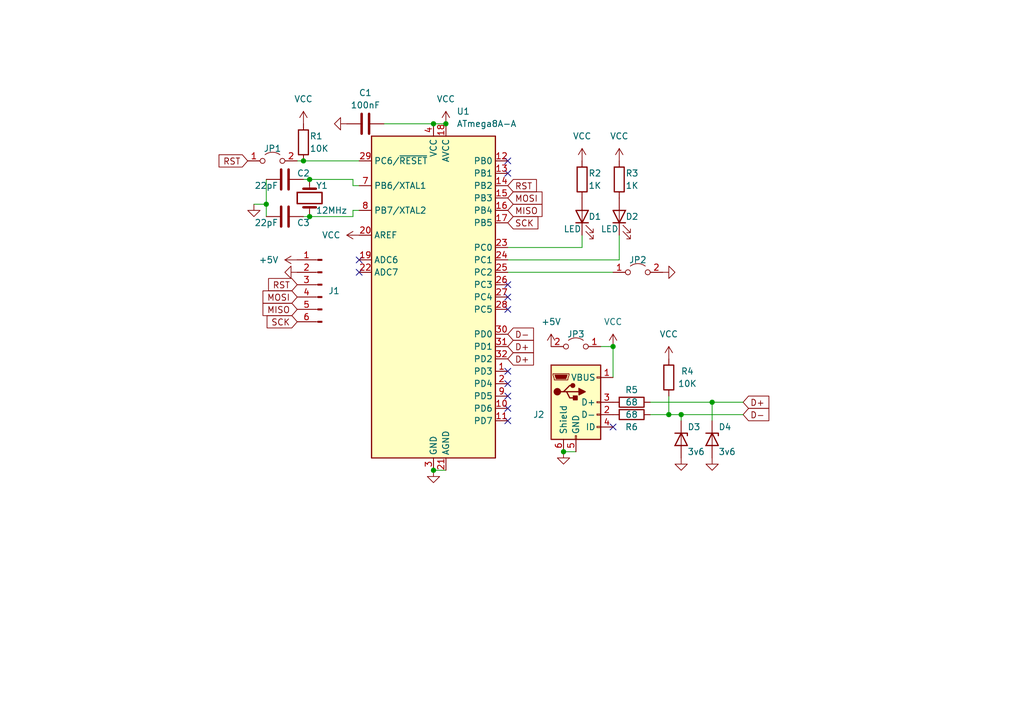
<source format=kicad_sch>
(kicad_sch (version 20230121) (generator eeschema)
  (paper "A5")
  (title_block (title "USBAsp") (date "2023-10-19") (rev "v0") (company "Achmadi ST MT"))
  (lib_symbols
    (symbol "Connector:Conn_01x06_Pin" (pin_names (offset 1.016) hide)
      (property "Reference" "J" (at 0 7.62 0))
      (property "Value" "Conn_01x06_Pin" (at 0 -10.16 0))
      (symbol "Conn_01x06_Pin_1_1"
        (polyline (pts (xy 1.27 -7.62) (xy 0.8636 -7.62)) (stroke (width 0.1524)))
        (polyline (pts (xy 1.27 -5.08) (xy 0.8636 -5.08)) (stroke (width 0.1524)))
        (polyline (pts (xy 1.27 -2.54) (xy 0.8636 -2.54)) (stroke (width 0.1524)))
        (polyline (pts (xy 1.27 0) (xy 0.8636 0)) (stroke (width 0.1524)))
        (polyline (pts (xy 1.27 2.54) (xy 0.8636 2.54)) (stroke (width 0.1524)))
        (polyline (pts (xy 1.27 5.08) (xy 0.8636 5.08)) (stroke (width 0.1524)))
        (rectangle (start 0.8636 -7.493) (end 0 -7.747) (stroke (width 0.1524)) (fill (type outline)))
        (rectangle (start 0.8636 -4.953) (end 0 -5.207) (stroke (width 0.1524)) (fill (type outline)))
        (rectangle (start 0.8636 -2.413) (end 0 -2.667) (stroke (width 0.1524)) (fill (type outline)))
        (rectangle (start 0.8636 0.127) (end 0 -0.127) (stroke (width 0.1524)) (fill (type outline)))
        (rectangle (start 0.8636 2.667) (end 0 2.413) (stroke (width 0.1524)) (fill (type outline)))
        (rectangle (start 0.8636 5.207) (end 0 4.953) (stroke (width 0.1524)) (fill (type outline)))
        (pin passive line (at 5.08 5.08 180) (length 3.81) (name "Pin_1") (number "1"))
        (pin passive line (at 5.08 2.54 180) (length 3.81) (name "Pin_2") (number "2"))
        (pin passive line (at 5.08 0 180) (length 3.81) (name "Pin_3") (number "3"))
        (pin passive line (at 5.08 -2.54 180) (length 3.81) (name "Pin_4") (number "4"))
        (pin passive line (at 5.08 -5.08 180) (length 3.81) (name "Pin_5") (number "5"))
        (pin passive line (at 5.08 -7.62 180) (length 3.81) (name "Pin_6") (number "6"))
      )
    )
    (symbol "Connector:USB_B_Mini" (pin_names (offset 1.016))
      (property "Reference" "J" (at -5.08 11.43 0))
      (property "Value" "USB_B_Mini" (at -5.08 8.89 0))
      (symbol "USB_B_Mini_0_1"
        (rectangle (start -5.08 -7.62) (end 5.08 7.62) (stroke (width 0.254)) (fill (type background)))
        (circle (center -3.81 2.159) (radius 0.635) (stroke (width 0.254)) (fill (type outline)))
        (circle (center -0.635 3.429) (radius 0.381) (stroke (width 0.254)) (fill (type outline)))
        (rectangle (start -0.127 -7.62) (end 0.127 -6.858))
        (polyline (pts (xy -1.905 2.159) (xy 0.635 2.159)) (stroke (width 0.254)))
        (polyline (pts (xy -3.175 2.159) (xy -2.54 2.159) (xy -1.27 3.429) (xy -0.635 3.429)) (stroke (width 0.254)))
        (polyline (pts (xy -2.54 2.159) (xy -1.905 2.159) (xy -1.27 0.889) (xy 0 0.889)) (stroke (width 0.254)))
        (polyline (pts (xy 0.635 2.794) (xy 0.635 1.524) (xy 1.905 2.159) (xy 0.635 2.794)) (stroke (width 0.254)) (fill (type outline)))
        (polyline (pts (xy -4.318 5.588) (xy -1.778 5.588) (xy -2.032 4.826) (xy -4.064 4.826) (xy -4.318 5.588)) (fill (type outline)))
        (polyline (pts (xy -4.699 5.842) (xy -4.699 5.588) (xy -4.445 4.826) (xy -4.445 4.572) (xy -1.651 4.572) (xy -1.651 4.826) (xy -1.397 5.588) (xy -1.397 5.842) (xy -4.699 5.842)))
        (rectangle (start 0.254 1.27) (end -0.508 0.508) (stroke (width 0.254)) (fill (type outline)))
        (rectangle (start 5.08 -5.207) (end 4.318 -4.953))
        (rectangle (start 5.08 -2.667) (end 4.318 -2.413))
        (rectangle (start 5.08 -0.127) (end 4.318 0.127))
        (rectangle (start 5.08 4.953) (end 4.318 5.207))
      )
      (symbol "USB_B_Mini_1_1"
        (pin power_out line (at 7.62 5.08 180) (length 2.54) (name "VBUS") (number "1"))
        (pin bidirectional line (at 7.62 -2.54 180) (length 2.54) (name "D-") (number "2"))
        (pin bidirectional line (at 7.62 0 180) (length 2.54) (name "D+") (number "3"))
        (pin passive line (at 7.62 -5.08 180) (length 2.54) (name "ID") (number "4"))
        (pin power_out line (at 0 -10.16 90) (length 2.54) (name "GND") (number "5"))
        (pin passive line (at -2.54 -10.16 90) (length 2.54) (name "Shield") (number "6"))
      )
    )
    (symbol "Device:C" (pin_numbers hide) (pin_names (offset 0.254))
      (property "Reference" "C" (at 0.635 2.54 0))
      (property "Value" "C" (at 0.635 -2.54 0))
      (symbol "C_0_1"
        (polyline (pts (xy -2.032 -0.762) (xy 2.032 -0.762)) (stroke (width 0.508)))
        (polyline (pts (xy -2.032 0.762) (xy 2.032 0.762)) (stroke (width 0.508)))
      )
      (symbol "C_1_1"
        (pin passive line (at 0 3.81 270) (length 2.794) (name "~") (number "1"))
        (pin passive line (at 0 -3.81 90) (length 2.794) (name "~") (number "2"))
      )
    )
    (symbol "Device:Crystal" (pin_numbers hide) (pin_names (offset 1.016) hide)
      (property "Reference" "Y" (at 0 3.81 0))
      (property "Value" "Crystal" (at 0 -3.81 0))
      (symbol "Crystal_0_1"
        (rectangle (start -1.143 2.54) (end 1.143 -2.54) (stroke (width 0.3048)))
        (polyline (pts (xy -2.54 0) (xy -1.905 0)))
        (polyline (pts (xy -1.905 -1.27) (xy -1.905 1.27)) (stroke (width 0.508)))
        (polyline (pts (xy 1.905 -1.27) (xy 1.905 1.27)) (stroke (width 0.508)))
        (polyline (pts (xy 2.54 0) (xy 1.905 0)))
      )
      (symbol "Crystal_1_1"
        (pin passive line (at -3.81 0 0) (length 1.27) (name "1") (number "1"))
        (pin passive line (at 3.81 0 180) (length 1.27) (name "2") (number "2"))
      )
    )
    (symbol "Device:D_Zener" (pin_numbers hide) (pin_names (offset 1.016) hide)
      (property "Reference" "D" (at 0 2.54 0))
      (property "Value" "D_Zener" (at 0 -2.54 0))
      (symbol "D_Zener_0_1"
        (polyline (pts (xy 1.27 0) (xy -1.27 0)))
        (polyline (pts (xy -1.27 -1.27) (xy -1.27 1.27) (xy -0.762 1.27)) (stroke (width 0.254)))
        (polyline (pts (xy 1.27 -1.27) (xy 1.27 1.27) (xy -1.27 0) (xy 1.27 -1.27)) (stroke (width 0.254)))
      )
      (symbol "D_Zener_1_1"
        (pin passive line (at -3.81 0 0) (length 2.54) (name "K") (number "1"))
        (pin passive line (at 3.81 0 180) (length 2.54) (name "A") (number "2"))
      )
    )
    (symbol "Device:LED" (pin_numbers hide) (pin_names (offset 1.016) hide)
      (property "Reference" "D" (at 0 2.54 0))
      (property "Value" "LED" (at 0 -2.54 0))
      (symbol "LED_0_1"
        (polyline (pts (xy -1.27 -1.27) (xy -1.27 1.27)) (stroke (width 0.254)))
        (polyline (pts (xy -1.27 0) (xy 1.27 0)))
        (polyline (pts (xy 1.27 -1.27) (xy 1.27 1.27) (xy -1.27 0) (xy 1.27 -1.27)) (stroke (width 0.254)))
        (polyline (pts (xy -3.048 -0.762) (xy -4.572 -2.286) (xy -3.81 -2.286) (xy -4.572 -2.286) (xy -4.572 -1.524)))
        (polyline (pts (xy -1.778 -0.762) (xy -3.302 -2.286) (xy -2.54 -2.286) (xy -3.302 -2.286) (xy -3.302 -1.524)))
      )
      (symbol "LED_1_1"
        (pin passive line (at -3.81 0 0) (length 2.54) (name "K") (number "1"))
        (pin passive line (at 3.81 0 180) (length 2.54) (name "A") (number "2"))
      )
    )
    (symbol "Device:R" (pin_numbers hide) (pin_names (offset 0))
      (property "Reference" "R" (at 2.032 0 90))
      (property "Value" "R" (at 0 0 90))
      (symbol "R_0_1"
        (rectangle (start -1.016 -2.54) (end 1.016 2.54) (stroke (width 0.254)))
      )
      (symbol "R_1_1"
        (pin passive line (at 0 3.81 270) (length 1.27) (name "~") (number "1"))
        (pin passive line (at 0 -3.81 90) (length 1.27) (name "~") (number "2"))
      )
    )
    (symbol "Jumper:Jumper_2_Open" (pin_names (offset 0) hide)
      (property "Reference" "JP" (at 0 2.794 0))
      (property "Value" "Jumper_2_Open" (at 0 -2.286 0))
      (symbol "Jumper_2_Open_0_0"
        (circle (center -2.032 0) (radius 0.508))
        (circle (center 2.032 0) (radius 0.508))
      )
      (symbol "Jumper_2_Open_0_1"
        (arc (start 1.524 1.27) (mid 0 1.778) (end -1.524 1.27))
      )
      (symbol "Jumper_2_Open_1_1"
        (pin passive line (at -5.08 0 0) (length 2.54) (name "A") (number "1"))
        (pin passive line (at 5.08 0 180) (length 2.54) (name "B") (number "2"))
      )
    )
    (symbol "MCU_Microchip_ATmega:ATmega8A-A"
      (property "Reference" "U" (at -12.7 34.29 0))
      (property "Value" "ATmega8A-A" (at 5.08 -34.29 0))
      (symbol "ATmega8A-A_0_1"
        (rectangle (start -12.7 -33.02) (end 12.7 33.02) (stroke (width 0.254)) (fill (type background)))
      )
      (symbol "ATmega8A-A_1_1"
        (pin bidirectional line (at 15.24 -15.24 180) (length 2.54) (name "PD3") (number "1"))
        (pin bidirectional line (at 15.24 -22.86 180) (length 2.54) (name "PD6") (number "10"))
        (pin bidirectional line (at 15.24 -25.4 180) (length 2.54) (name "PD7") (number "11"))
        (pin bidirectional line (at 15.24 27.94 180) (length 2.54) (name "PB0") (number "12"))
        (pin bidirectional line (at 15.24 25.4 180) (length 2.54) (name "PB1") (number "13"))
        (pin bidirectional line (at 15.24 22.86 180) (length 2.54) (name "PB2") (number "14"))
        (pin bidirectional line (at 15.24 20.32 180) (length 2.54) (name "PB3") (number "15"))
        (pin bidirectional line (at 15.24 17.78 180) (length 2.54) (name "PB4") (number "16"))
        (pin bidirectional line (at 15.24 15.24 180) (length 2.54) (name "PB5") (number "17"))
        (pin power_in line (at 2.54 35.56 270) (length 2.54) (name "AVCC") (number "18"))
        (pin input line (at -15.24 7.62 0) (length 2.54) (name "ADC6") (number "19"))
        (pin bidirectional line (at 15.24 -17.78 180) (length 2.54) (name "PD4") (number "2"))
        (pin passive line (at -15.24 12.7 0) (length 2.54) (name "AREF") (number "20"))
        (pin power_in line (at 2.54 -35.56 90) (length 2.54) (name "AGND") (number "21"))
        (pin input line (at -15.24 5.08 0) (length 2.54) (name "ADC7") (number "22"))
        (pin bidirectional line (at 15.24 10.16 180) (length 2.54) (name "PC0") (number "23"))
        (pin bidirectional line (at 15.24 7.62 180) (length 2.54) (name "PC1") (number "24"))
        (pin bidirectional line (at 15.24 5.08 180) (length 2.54) (name "PC2") (number "25"))
        (pin bidirectional line (at 15.24 2.54 180) (length 2.54) (name "PC3") (number "26"))
        (pin bidirectional line (at 15.24 0 180) (length 2.54) (name "PC4") (number "27"))
        (pin bidirectional line (at 15.24 -2.54 180) (length 2.54) (name "PC5") (number "28"))
        (pin bidirectional line (at -15.24 27.94 0) (length 2.54) (name "PC6/~{RESET}") (number "29"))
        (pin power_in line (at 0 -35.56 90) (length 2.54) (name "GND") (number "3"))
        (pin bidirectional line (at 15.24 -7.62 180) (length 2.54) (name "PD0") (number "30"))
        (pin bidirectional line (at 15.24 -10.16 180) (length 2.54) (name "PD1") (number "31"))
        (pin bidirectional line (at 15.24 -12.7 180) (length 2.54) (name "PD2") (number "32"))
        (pin power_in line (at 0 35.56 270) (length 2.54) (name "VCC") (number "4"))
        (pin passive line (at 0 -35.56 90) (length 2.54) hide (name "GND") (number "5"))
        (pin passive line (at 0 35.56 270) (length 2.54) hide (name "VCC") (number "6"))
        (pin bidirectional line (at -15.24 22.86 0) (length 2.54) (name "PB6/XTAL1") (number "7"))
        (pin bidirectional line (at -15.24 17.78 0) (length 2.54) (name "PB7/XTAL2") (number "8"))
        (pin bidirectional line (at 15.24 -20.32 180) (length 2.54) (name "PD5") (number "9"))
      )
    )
    (symbol "power:+5V" (power) (pin_names (offset 0))
      (property "Value" "+5V" (at 0 3.556 0))
      (symbol "+5V_0_1"
        (polyline (pts (xy -0.762 1.27) (xy 0 2.54)))
        (polyline (pts (xy 0 0) (xy 0 2.54)))
        (polyline (pts (xy 0 2.54) (xy 0.762 1.27)))
      )
      (symbol "+5V_1_1"
        (pin power_in line (at 0 0 90) (length 0) hide (name "+5V") (number "1"))
      )
    )
    (symbol "power:GND" (power) (pin_names (offset 0))
      (property "Value" "GND" (at 0 -3.81 0))
      (symbol "GND_0_1"
        (polyline (pts (xy 0 0) (xy 0 -1.27) (xy 1.27 -1.27) (xy 0 -2.54) (xy -1.27 -1.27) (xy 0 -1.27)))
      )
      (symbol "GND_1_1"
        (pin power_in line (at 0 0 270) (length 0) hide (name "GND") (number "1"))
      )
    )
    (symbol "power:VCC" (power) (pin_names (offset 0))
      (property "Value" "VCC" (at 0 3.81 0))
      (symbol "VCC_0_1"
        (polyline (pts (xy -0.762 1.27) (xy 0 2.54)))
        (polyline (pts (xy 0 0) (xy 0 2.54)))
        (polyline (pts (xy 0 2.54) (xy 0.762 1.27)))
      )
      (symbol "VCC_1_1"
        (pin power_in line (at 0 0 90) (length 0) hide (name "VCC") (number "1"))
      )
    )
  )
  (junction (at 139.7 85.09))
  (junction (at 91.44 25.4))
  (junction (at 115.57 92.71))
  (junction (at 146.05 82.55))
  (junction (at 137.16 85.09))
  (junction (at 125.73 71.12))
  (junction (at 88.9 96.52))
  (junction (at 63.5 36.83))
  (junction (at 62.23 33.02))
  (junction (at 88.9 25.4))
  (junction (at 63.5 44.45))
  (junction (at 54.61 41.91))
  (no_connect (at 104.14 58.42))
  (no_connect (at 104.14 76.2))
  (no_connect (at 73.66 53.34))
  (no_connect (at 104.14 35.56))
  (no_connect (at 104.14 33.02))
  (no_connect (at 104.14 83.82))
  (no_connect (at 104.14 78.74))
  (no_connect (at 104.14 63.5))
  (no_connect (at 104.14 60.96))
  (no_connect (at 104.14 86.36))
  (no_connect (at 104.14 81.28))
  (no_connect (at 73.66 55.88))
  (no_connect (at 125.73 87.63))
  (wire (pts (xy 78.74 25.4) (xy 88.9 25.4)))
  (wire (pts (xy 139.7 85.09) (xy 152.4 85.09)))
  (wire (pts (xy 137.16 81.28) (xy 137.16 85.09)))
  (wire (pts (xy 60.96 33.02) (xy 62.23 33.02)))
  (wire (pts (xy 123.19 71.12) (xy 125.73 71.12)))
  (wire (pts (xy 88.9 96.52) (xy 91.44 96.52)))
  (wire (pts (xy 72.39 43.18) (xy 72.39 44.45)))
  (wire (pts (xy 104.14 53.34) (xy 127 53.34)))
  (wire (pts (xy 115.57 92.71) (xy 118.11 92.71)))
  (wire (pts (xy 63.5 36.83) (xy 72.39 36.83)))
  (wire (pts (xy 146.05 82.55) (xy 152.4 82.55)))
  (wire (pts (xy 73.66 38.1) (xy 72.39 38.1)))
  (wire (pts (xy 72.39 38.1) (xy 72.39 36.83)))
  (wire (pts (xy 52.07 41.91) (xy 54.61 41.91)))
  (wire (pts (xy 146.05 82.55) (xy 146.05 86.36)))
  (wire (pts (xy 119.38 50.8) (xy 119.38 48.26)))
  (wire (pts (xy 73.66 43.18) (xy 72.39 43.18)))
  (wire (pts (xy 137.16 85.09) (xy 139.7 85.09)))
  (wire (pts (xy 127 53.34) (xy 127 48.26)))
  (wire (pts (xy 63.5 44.45) (xy 72.39 44.45)))
  (wire (pts (xy 125.73 71.12) (xy 125.73 77.47)))
  (wire (pts (xy 88.9 25.4) (xy 91.44 25.4)))
  (wire (pts (xy 104.14 50.8) (xy 119.38 50.8)))
  (wire (pts (xy 62.23 33.02) (xy 73.66 33.02)))
  (wire (pts (xy 133.35 85.09) (xy 137.16 85.09)))
  (wire (pts (xy 54.61 36.83) (xy 54.61 41.91)))
  (wire (pts (xy 133.35 82.55) (xy 146.05 82.55)))
  (wire (pts (xy 54.61 41.91) (xy 54.61 44.45)))
  (wire (pts (xy 139.7 86.36) (xy 139.7 85.09)))
  (wire (pts (xy 104.14 55.88) (xy 125.73 55.88)))
  (wire (pts (xy 62.23 44.45) (xy 63.5 44.45)))
  (wire (pts (xy 62.23 36.83) (xy 63.5 36.83)))
  (global_label "D-" (shape input) (at 152.4 85.09 0) (property "Intersheetrefs" "${INTERSHEET_REFS}" (effects hide)))
  (global_label "RST" (shape input) (at 60.96 58.42 180) (property "Intersheetrefs" "${INTERSHEET_REFS}" (effects hide)))
  (global_label "MISO" (shape input) (at 60.96 63.5 180) (property "Intersheetrefs" "${INTERSHEET_REFS}" (effects hide)))
  (global_label "D-" (shape input) (at 104.14 68.58 0) (property "Intersheetrefs" "${INTERSHEET_REFS}" (effects hide)))
  (global_label "SCK" (shape input) (at 104.14 45.72 0) (property "Intersheetrefs" "${INTERSHEET_REFS}" (effects hide)))
  (global_label "D+" (shape input) (at 104.14 71.12 0) (property "Intersheetrefs" "${INTERSHEET_REFS}" (effects hide)))
  (global_label "MOSI" (shape input) (at 104.14 40.64 0) (property "Intersheetrefs" "${INTERSHEET_REFS}" (effects hide)))
  (global_label "D+" (shape input) (at 104.14 73.66 0) (property "Intersheetrefs" "${INTERSHEET_REFS}" (effects hide)))
  (global_label "D+" (shape input) (at 152.4 82.55 0) (property "Intersheetrefs" "${INTERSHEET_REFS}" (effects hide)))
  (global_label "MOSI" (shape input) (at 60.96 60.96 180) (property "Intersheetrefs" "${INTERSHEET_REFS}" (effects hide)))
  (global_label "SCK" (shape input) (at 60.96 66.04 180) (property "Intersheetrefs" "${INTERSHEET_REFS}" (effects hide)))
  (global_label "RST" (shape input) (at 50.8 33.02 180) (property "Intersheetrefs" "${INTERSHEET_REFS}" (effects hide)))
  (global_label "MISO" (shape input) (at 104.14 43.18 0) (property "Intersheetrefs" "${INTERSHEET_REFS}" (effects hide)))
  (global_label "RST" (shape input) (at 104.14 38.1 0) (property "Intersheetrefs" "${INTERSHEET_REFS}" (effects hide)))
  (symbol (lib_id "Device:R") (at 119.38 36.83 0) (unit 1)
    (property "Reference" "R2" (at 120.65 35.56 0) (effects (justify left)))
    (property "Value" "1K" (at 120.65 38.1 0) (effects (justify left)))
    (property "Footprint" "Resistor_SMD:R_0805_2012Metric_Pad1.20x1.40mm_HandSolder" (effects hide))
  )
  (symbol (lib_id "power:VCC") (at 125.73 71.12 0) (unit 1)
    (property "Reference" "#PWR012" (effects hide))
    (property "Value" "VCC" (at 125.73 66.04 0))
  )
  (symbol (lib_id "Jumper:Jumper_2_Open") (at 118.11 71.12 0) (mirror y) (unit 1)
    (property "Reference" "JP3" (at 118.11 68.58 0))
    (property "Value" "Jumper_2_Open" (effects hide))
    (property "Footprint" "Jumper:SolderJumper-2_P1.3mm_Open_RoundedPad1.0x1.5mm" (effects hide))
  )
  (symbol (lib_id "Device:R") (at 137.16 77.47 180) (unit 1)
    (property "Reference" "R4" (at 140.97 76.2 0))
    (property "Value" "10K" (at 140.97 78.74 0))
    (property "Footprint" "Resistor_SMD:R_0805_2012Metric_Pad1.20x1.40mm_HandSolder" (effects hide))
  )
  (symbol (lib_id "Device:LED") (at 127 44.45 90) (unit 1)
    (property "Reference" "D2" (at 128.27 44.45 90) (effects (justify right)))
    (property "Value" "LED" (at 123.19 46.99 90) (effects (justify right)))
    (property "Footprint" "LED_SMD:LED_0805_2012Metric_Pad1.15x1.40mm_HandSolder" (effects hide))
  )
  (symbol (lib_id "Device:D_Zener") (at 146.05 90.17 270) (unit 1)
    (property "Reference" "D4" (at 147.32 87.63 90) (effects (justify left)))
    (property "Value" "3v6" (at 147.32 92.71 90) (effects (justify left)))
    (property "Footprint" "Diode_SMD:D_SOD-323" (effects hide))
  )
  (symbol (lib_id "power:+5V") (at 60.96 53.34 90) (unit 1)
    (property "Reference" "#PWR08" (effects hide))
    (property "Value" "+5V" (at 57.15 53.34 90) (effects (justify left)))
  )
  (symbol (lib_id "Device:C") (at 74.93 25.4 90) (unit 1)
    (property "Reference" "C1" (at 74.93 19.05 90))
    (property "Value" "100nF" (at 74.93 21.59 90))
    (property "Footprint" "Capacitor_SMD:C_0805_2012Metric_Pad1.18x1.45mm_HandSolder" (effects hide))
  )
  (symbol (lib_id "power:GND") (at 146.05 93.98 0) (unit 1)
    (property "Reference" "#PWR016" (effects hide))
    (property "Value" "GND" (effects hide))
  )
  (symbol (lib_id "Device:LED") (at 119.38 44.45 90) (unit 1)
    (property "Reference" "D1" (at 120.65 44.45 90) (effects (justify right)))
    (property "Value" "LED" (at 115.57 46.99 90) (effects (justify right)))
    (property "Footprint" "LED_SMD:LED_0805_2012Metric_Pad1.15x1.40mm_HandSolder" (effects hide))
  )
  (symbol (lib_id "Jumper:Jumper_2_Open") (at 130.81 55.88 0) (unit 1)
    (property "Reference" "JP2" (at 130.81 53.34 0))
    (property "Value" "Jumper_2_Open" (effects hide))
    (property "Footprint" "Jumper:SolderJumper-2_P1.3mm_Open_RoundedPad1.0x1.5mm" (effects hide))
  )
  (symbol (lib_id "power:VCC") (at 137.16 73.66 0) (unit 1)
    (property "Reference" "#PWR013" (effects hide))
    (property "Value" "VCC" (at 137.16 68.58 0))
  )
  (symbol (lib_id "Connector:USB_B_Mini") (at 118.11 82.55 0) (unit 1)
    (property "Reference" "J2" (at 110.49 85.09 0))
    (property "Value" "USB_B_Mini" (effects hide))
    (property "Footprint" "Connector_USB:USB_Mini-B_Wuerth_65100516121_Horizontal" (effects hide))
  )
  (symbol (lib_id "power:VCC") (at 62.23 25.4 0) (unit 1)
    (property "Reference" "#PWR01" (effects hide))
    (property "Value" "VCC" (at 62.23 20.32 0))
  )
  (symbol (lib_id "power:GND") (at 88.9 96.52 0) (unit 1)
    (property "Reference" "#PWR017" (effects hide))
    (property "Value" "GND" (effects hide))
  )
  (symbol (lib_id "power:GND") (at 52.07 41.91 0) (unit 1)
    (property "Reference" "#PWR06" (effects hide))
    (property "Value" "GND" (effects hide))
  )
  (symbol (lib_id "power:GND") (at 135.89 55.88 90) (unit 1)
    (property "Reference" "#PWR010" (effects hide))
    (property "Value" "GND" (effects hide))
  )
  (symbol (lib_id "Device:R") (at 127 36.83 0) (unit 1)
    (property "Reference" "R3" (at 128.27 35.56 0) (effects (justify left)))
    (property "Value" "1K" (at 128.27 38.1 0) (effects (justify left)))
    (property "Footprint" "Resistor_SMD:R_0805_2012Metric_Pad1.20x1.40mm_HandSolder" (effects hide))
  )
  (symbol (lib_id "power:VCC") (at 127 33.02 0) (unit 1)
    (property "Reference" "#PWR05" (effects hide))
    (property "Value" "VCC" (at 127 27.94 0))
  )
  (symbol (lib_id "Connector:Conn_01x06_Pin") (at 66.04 58.42 0) (mirror y) (unit 1)
    (property "Reference" "J1" (at 67.31 59.69 0) (effects (justify right)))
    (property "Value" "Conn_01x06_Pin" (effects hide))
    (property "Footprint" "Connector_PinHeader_2.00mm:PinHeader_1x06_P2.00mm_Vertical" (effects hide))
  )
  (symbol (lib_id "MCU_Microchip_ATmega:ATmega8A-A") (at 88.9 60.96 0) (unit 1)
    (property "Reference" "U1" (at 93.6341 22.86 0) (effects (justify left)))
    (property "Value" "ATmega8A-A" (at 93.6341 25.4 0) (effects (justify left)))
    (property "Footprint" "Package_QFP:TQFP-32_7x7mm_P0.8mm" (effects hide))
    (property "Datasheet" "http://ww1.microchip.com/downloads/en/DeviceDoc/Microchip%208bit%20mcu%20AVR%20ATmega8A%20data%20sheet%2040001974A.pdf" (effects hide))
  )
  (symbol (lib_id "Device:R") (at 129.54 82.55 90) (unit 1)
    (property "Reference" "R5" (at 129.54 80.01 90))
    (property "Value" "68" (at 129.54 82.55 90))
    (property "Footprint" "Resistor_SMD:R_0805_2012Metric_Pad1.20x1.40mm_HandSolder" (effects hide))
  )
  (symbol (lib_id "power:GND") (at 60.96 55.88 270) (unit 1)
    (property "Reference" "#PWR09" (effects hide))
    (property "Value" "GND" (effects hide))
  )
  (symbol (lib_id "power:GND") (at 139.7 93.98 0) (unit 1)
    (property "Reference" "#PWR015" (effects hide))
    (property "Value" "GND" (effects hide))
  )
  (symbol (lib_id "Jumper:Jumper_2_Open") (at 55.88 33.02 0) (unit 1)
    (property "Reference" "JP1" (at 55.88 30.48 0))
    (property "Value" "Jumper_2_Open" (effects hide))
    (property "Footprint" "Jumper:SolderJumper-2_P1.3mm_Open_RoundedPad1.0x1.5mm" (effects hide))
  )
  (symbol (lib_id "Device:C") (at 58.42 44.45 90) (unit 1)
    (property "Reference" "C3" (at 62.23 45.72 90))
    (property "Value" "22pF" (at 54.61 45.72 90))
    (property "Footprint" "Capacitor_SMD:C_0805_2012Metric_Pad1.18x1.45mm_HandSolder" (effects hide))
  )
  (symbol (lib_id "Device:R") (at 129.54 85.09 90) (unit 1)
    (property "Reference" "R6" (at 129.54 87.63 90))
    (property "Value" "68" (at 129.54 85.09 90))
    (property "Footprint" "Resistor_SMD:R_0805_2012Metric_Pad1.20x1.40mm_HandSolder" (effects hide))
  )
  (symbol (lib_id "power:VCC") (at 73.66 48.26 90) (unit 1)
    (property "Reference" "#PWR07" (effects hide))
    (property "Value" "VCC" (at 69.85 48.26 90) (effects (justify left)))
  )
  (symbol (lib_id "power:GND") (at 71.12 25.4 270) (unit 1)
    (property "Reference" "#PWR02" (effects hide))
    (property "Value" "GND" (effects hide))
  )
  (symbol (lib_id "power:+5V") (at 113.03 71.12 0) (mirror y) (unit 1)
    (property "Reference" "#PWR011" (effects hide))
    (property "Value" "+5V" (at 113.03 66.04 0))
  )
  (symbol (lib_id "power:VCC") (at 91.44 25.4 0) (unit 1)
    (property "Reference" "#PWR03" (effects hide))
    (property "Value" "VCC" (at 91.44 20.32 0))
  )
  (symbol (lib_id "Device:D_Zener") (at 139.7 90.17 270) (unit 1)
    (property "Reference" "D3" (at 140.97 87.63 90) (effects (justify left)))
    (property "Value" "3v6" (at 140.97 92.71 90) (effects (justify left)))
    (property "Footprint" "Diode_SMD:D_SOD-323" (effects hide))
  )
  (symbol (lib_id "power:GND") (at 115.57 92.71 0) (unit 1)
    (property "Reference" "#PWR014" (effects hide))
    (property "Value" "GND" (effects hide))
  )
  (symbol (lib_id "Device:C") (at 58.42 36.83 90) (unit 1)
    (property "Reference" "C2" (at 62.23 35.56 90))
    (property "Value" "22pF" (at 54.61 38.1 90))
    (property "Footprint" "Capacitor_SMD:C_0805_2012Metric_Pad1.18x1.45mm_HandSolder" (effects hide))
  )
  (symbol (lib_id "Device:Crystal") (at 63.5 40.64 90) (unit 1)
    (property "Reference" "Y1" (at 64.77 38.1 90) (effects (justify right)))
    (property "Value" "12MHz" (at 64.77 43.18 90) (effects (justify right)))
    (property "Footprint" "Crystal:Crystal_SMD_HC49-SD" (effects hide))
  )
  (symbol (lib_id "Device:R") (at 62.23 29.21 0) (unit 1)
    (property "Reference" "R1" (at 63.5 27.94 0) (effects (justify left)))
    (property "Value" "10K" (at 63.5 30.48 0) (effects (justify left)))
    (property "Footprint" "Resistor_SMD:R_0805_2012Metric_Pad1.20x1.40mm_HandSolder" (effects hide))
  )
  (symbol (lib_id "power:VCC") (at 119.38 33.02 0) (unit 1)
    (property "Reference" "#PWR04" (effects hide))
    (property "Value" "VCC" (at 119.38 27.94 0))
  )
)
</source>
